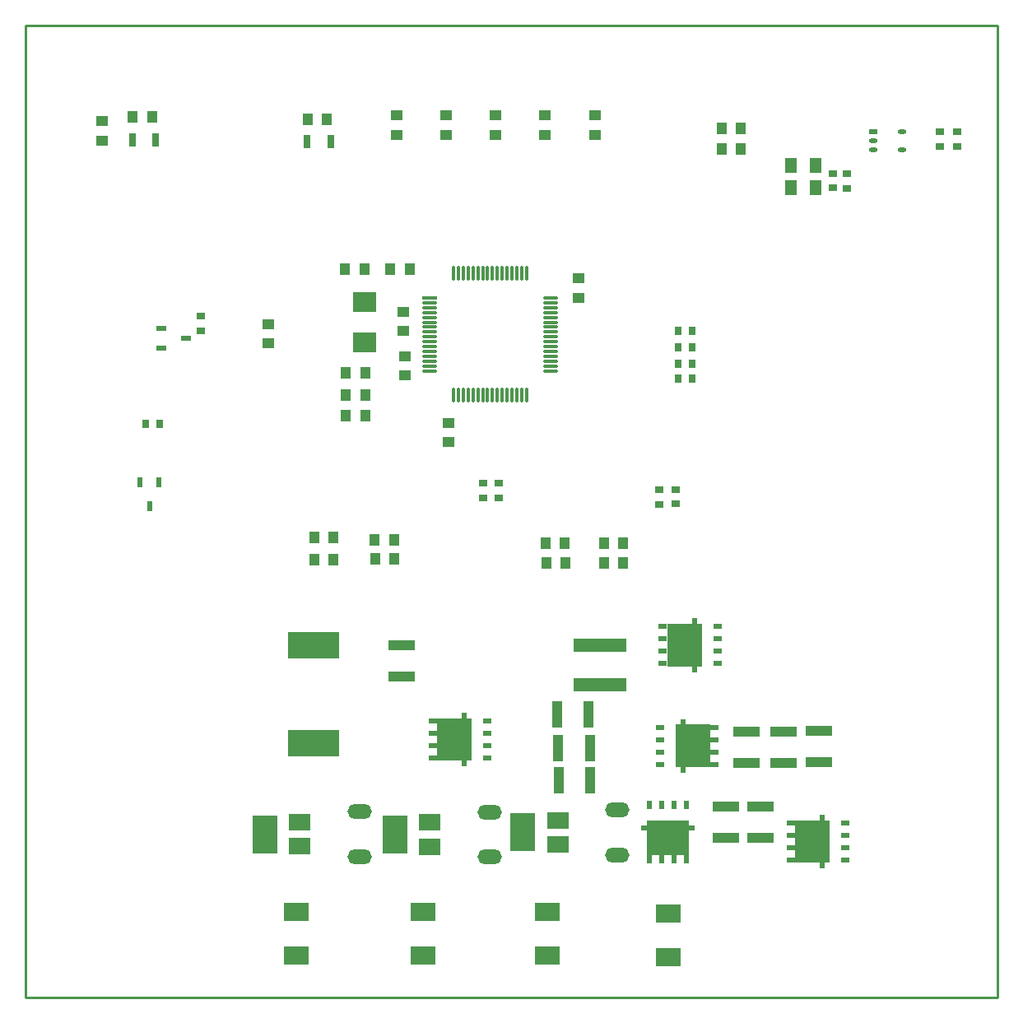
<source format=gtp>
%FSLAX25Y25*%
%MOIN*%
G70*
G01*
G75*
G04 Layer_Color=8421504*
%ADD10O,0.06299X0.01181*%
%ADD11R,0.06299X0.01181*%
%ADD12O,0.01181X0.06299*%
%ADD13R,0.05000X0.06000*%
%ADD14R,0.03347X0.02756*%
%ADD15R,0.02756X0.03347*%
%ADD16R,0.03937X0.05118*%
%ADD17R,0.10630X0.03937*%
%ADD18R,0.03543X0.02126*%
%ADD19R,0.01969X0.06299*%
%ADD20R,0.14410X0.07874*%
%ADD21R,0.14410X0.09843*%
%ADD22R,0.21654X0.05630*%
%ADD23R,0.03937X0.10630*%
%ADD24R,0.20866X0.11024*%
%ADD25R,0.05118X0.03937*%
%ADD26R,0.09843X0.15748*%
%ADD27R,0.08661X0.07087*%
%ADD28O,0.09843X0.05906*%
%ADD29R,0.10000X0.07500*%
%ADD30R,0.02126X0.03543*%
%ADD31R,0.06299X0.01969*%
%ADD32R,0.07874X0.14410*%
%ADD33R,0.09843X0.14410*%
%ADD34R,0.02559X0.05315*%
%ADD35R,0.09449X0.08268*%
%ADD36O,0.03543X0.01969*%
%ADD37O,0.03543X0.01969*%
%ADD38R,0.03543X0.01969*%
%ADD39R,0.02362X0.03937*%
%ADD40R,0.03937X0.02362*%
%ADD41C,0.03000*%
%ADD42C,0.00800*%
%ADD43C,0.01000*%
%ADD44C,0.01500*%
%ADD45C,0.04000*%
%ADD46C,0.03500*%
%ADD47C,0.06000*%
%ADD48C,0.01200*%
%ADD49C,0.02000*%
%ADD50C,0.10000*%
%ADD51C,0.08000*%
%ADD52C,0.05000*%
%ADD53R,0.07300X0.29900*%
%ADD54R,0.18900X0.05200*%
%ADD55R,0.04000X0.18600*%
%ADD56R,0.10200X0.04900*%
%ADD57R,0.12367X0.05271*%
%ADD58R,0.44271X0.10500*%
%ADD59R,0.07400X0.15300*%
%ADD60R,0.28371X0.07471*%
%ADD61R,0.10722X0.08773*%
%ADD62R,0.08600X0.43171*%
%ADD63R,0.06400X0.08900*%
%ADD64R,0.10871X0.13938*%
%ADD65R,0.10571X0.09351*%
%ADD66R,0.24300X1.56600*%
%ADD67R,0.50200X0.62200*%
%ADD68R,0.24100X0.17400*%
%ADD69R,0.25624X0.17093*%
%ADD70R,0.23600X0.17400*%
%ADD71C,0.05906*%
%ADD72C,0.12205*%
%ADD73O,0.06000X0.10000*%
%ADD74R,0.06000X0.10000*%
%ADD75O,0.11811X0.09843*%
%ADD76R,0.11811X0.09843*%
%ADD77O,0.05906X0.09843*%
%ADD78R,0.05906X0.09843*%
%ADD79R,0.09843X0.11811*%
%ADD80O,0.09843X0.11811*%
%ADD81R,0.05906X0.05906*%
%ADD82C,0.06693*%
%ADD83C,0.05500*%
%ADD84O,0.07874X0.15748*%
%ADD85C,0.05512*%
%ADD86C,0.03000*%
%ADD87C,0.02000*%
%ADD88C,0.04000*%
%ADD89O,0.05500X0.02500*%
%ADD90R,0.05500X0.02500*%
%ADD91C,0.27559*%
%ADD92O,0.08661X0.02362*%
%ADD93O,0.01181X0.02756*%
%ADD94O,0.02756X0.01181*%
%ADD95R,0.13386X0.07087*%
%ADD96R,0.05200X0.25200*%
%ADD97R,0.18000X0.06400*%
%ADD98R,0.04000X0.22000*%
%ADD99R,0.09100X0.04600*%
%ADD100R,0.18400X0.60700*%
%ADD101R,0.24600X1.31200*%
%ADD102R,0.50100X0.62100*%
%ADD103C,0.00394*%
%ADD104C,0.00500*%
%ADD105C,0.00787*%
%ADD106C,0.00591*%
%ADD107R,0.04724X0.02756*%
%ADD108R,0.01968X0.03543*%
D10*
X163500Y-118274D02*
D03*
Y-112369D02*
D03*
Y-114337D02*
D03*
Y-116305D02*
D03*
Y-120243D02*
D03*
Y-122211D02*
D03*
Y-124179D02*
D03*
Y-126148D02*
D03*
Y-128117D02*
D03*
Y-130085D02*
D03*
Y-132053D02*
D03*
X212713Y-139928D02*
D03*
Y-137959D02*
D03*
Y-135991D02*
D03*
Y-134022D02*
D03*
Y-132053D02*
D03*
Y-130085D02*
D03*
Y-128117D02*
D03*
Y-126148D02*
D03*
Y-124179D02*
D03*
Y-122211D02*
D03*
Y-120243D02*
D03*
Y-118274D02*
D03*
Y-116305D02*
D03*
Y-114337D02*
D03*
Y-112369D02*
D03*
Y-110400D02*
D03*
X163500Y-134022D02*
D03*
Y-137959D02*
D03*
Y-135991D02*
D03*
Y-139928D02*
D03*
D11*
Y-110400D02*
D03*
D12*
X173343Y-149770D02*
D03*
X175311D02*
D03*
X177279D02*
D03*
X179248D02*
D03*
X181217D02*
D03*
X183185D02*
D03*
X185153D02*
D03*
X187122D02*
D03*
X189091D02*
D03*
X191059D02*
D03*
X193028D02*
D03*
X194996D02*
D03*
X196965D02*
D03*
X198933D02*
D03*
X200902D02*
D03*
X202870D02*
D03*
Y-100557D02*
D03*
X200902D02*
D03*
X198933D02*
D03*
X196965D02*
D03*
X194996D02*
D03*
X193028D02*
D03*
X191059D02*
D03*
X189091D02*
D03*
X187122D02*
D03*
X185153D02*
D03*
X183185D02*
D03*
X181217D02*
D03*
X179248D02*
D03*
X177279D02*
D03*
X175311D02*
D03*
X173343D02*
D03*
D13*
X309900Y-65800D02*
D03*
Y-56800D02*
D03*
X320000Y-65900D02*
D03*
Y-56900D02*
D03*
D14*
X377400Y-43094D02*
D03*
Y-49000D02*
D03*
X191700Y-185395D02*
D03*
Y-191300D02*
D03*
X256700Y-194006D02*
D03*
Y-188100D02*
D03*
X263300Y-187995D02*
D03*
Y-193900D02*
D03*
X70800Y-117700D02*
D03*
Y-123606D02*
D03*
X185300Y-191300D02*
D03*
Y-185395D02*
D03*
X332700Y-60100D02*
D03*
Y-66005D02*
D03*
X370177Y-49000D02*
D03*
Y-43095D02*
D03*
X327100Y-65900D02*
D03*
Y-59995D02*
D03*
D15*
X264138Y-123700D02*
D03*
X270043D02*
D03*
X264138Y-130500D02*
D03*
X270043D02*
D03*
X264138Y-137000D02*
D03*
X270043D02*
D03*
X264194Y-143100D02*
D03*
X270100D02*
D03*
X48472Y-161300D02*
D03*
X54377D02*
D03*
D16*
X289777Y-41800D02*
D03*
X281903D02*
D03*
X289677Y-50200D02*
D03*
X281803D02*
D03*
X218677Y-217874D02*
D03*
X210803D02*
D03*
X242077Y-217774D02*
D03*
X234203D02*
D03*
X141500Y-216100D02*
D03*
X149374D02*
D03*
X218377Y-209700D02*
D03*
X210503D02*
D03*
X242077D02*
D03*
X234203D02*
D03*
X141400Y-208300D02*
D03*
X149274D02*
D03*
X51177Y-37000D02*
D03*
X43303D02*
D03*
X129600Y-158100D02*
D03*
X137474D02*
D03*
X122077Y-38200D02*
D03*
X114203D02*
D03*
X137274Y-98700D02*
D03*
X129400D02*
D03*
X137574Y-140600D02*
D03*
X129700D02*
D03*
X137574Y-149800D02*
D03*
X129700D02*
D03*
X155574Y-98900D02*
D03*
X147700D02*
D03*
X116803Y-216300D02*
D03*
X124677D02*
D03*
X116903Y-207400D02*
D03*
X124777D02*
D03*
D17*
X321177Y-298500D02*
D03*
Y-285705D02*
D03*
X292077Y-298700D02*
D03*
Y-285905D02*
D03*
X306977Y-298800D02*
D03*
Y-286005D02*
D03*
X283477Y-329200D02*
D03*
Y-316405D02*
D03*
X152177Y-251000D02*
D03*
Y-263795D02*
D03*
X297477Y-329200D02*
D03*
Y-316405D02*
D03*
D18*
X278955Y-294338D02*
D03*
Y-284338D02*
D03*
X256917D02*
D03*
X278955Y-299338D02*
D03*
X256917Y-294338D02*
D03*
Y-299338D02*
D03*
X278955Y-289338D02*
D03*
X256917D02*
D03*
X258099Y-248562D02*
D03*
Y-258562D02*
D03*
X280137D02*
D03*
X258099Y-243562D02*
D03*
X280137Y-248562D02*
D03*
Y-243562D02*
D03*
X258099Y-253562D02*
D03*
X280137D02*
D03*
X309899Y-328062D02*
D03*
Y-338062D02*
D03*
X331937D02*
D03*
X309899Y-323062D02*
D03*
X331937Y-328062D02*
D03*
Y-323062D02*
D03*
X309899Y-333062D02*
D03*
X331937D02*
D03*
X164999Y-286762D02*
D03*
Y-296762D02*
D03*
X187037D02*
D03*
X164999Y-281762D02*
D03*
X187037Y-286762D02*
D03*
Y-281762D02*
D03*
X164999Y-291762D02*
D03*
X187037D02*
D03*
D19*
X266169Y-283964D02*
D03*
Y-299712D02*
D03*
X270885Y-258936D02*
D03*
Y-243188D02*
D03*
X322685Y-338436D02*
D03*
Y-322688D02*
D03*
X177785Y-297136D02*
D03*
Y-281388D02*
D03*
D20*
X270205Y-287217D02*
D03*
X266850Y-255683D02*
D03*
X318650Y-335183D02*
D03*
X173750Y-293883D02*
D03*
D21*
X270205Y-295459D02*
D03*
X266850Y-247441D02*
D03*
X318650Y-326941D02*
D03*
X173750Y-285641D02*
D03*
D22*
X232777Y-267005D02*
D03*
Y-251100D02*
D03*
D23*
X228077Y-279200D02*
D03*
X215282D02*
D03*
X228677Y-305700D02*
D03*
X215882D02*
D03*
X228477Y-292700D02*
D03*
X215682D02*
D03*
D24*
X116777Y-250936D02*
D03*
Y-290700D02*
D03*
D25*
X230477Y-36400D02*
D03*
Y-44274D02*
D03*
X210452D02*
D03*
Y-36400D02*
D03*
X150377D02*
D03*
Y-44274D02*
D03*
X98277Y-128800D02*
D03*
Y-120926D02*
D03*
X170402Y-36400D02*
D03*
Y-44274D02*
D03*
X190427Y-36400D02*
D03*
Y-44274D02*
D03*
X152800Y-123900D02*
D03*
Y-116026D02*
D03*
X153500Y-134026D02*
D03*
Y-141900D02*
D03*
X171200Y-160926D02*
D03*
Y-168800D02*
D03*
X223900Y-110374D02*
D03*
Y-102500D02*
D03*
X31077Y-46574D02*
D03*
Y-38700D02*
D03*
D26*
X201298Y-326900D02*
D03*
X149498Y-327800D02*
D03*
X96798Y-327600D02*
D03*
D27*
X215471Y-321979D02*
D03*
X215471Y-331821D02*
D03*
X163671Y-322879D02*
D03*
X163671Y-332721D02*
D03*
X110971Y-322679D02*
D03*
X110971Y-332521D02*
D03*
D28*
X239683Y-317845D02*
D03*
Y-335955D02*
D03*
X187883Y-318745D02*
D03*
Y-336855D02*
D03*
X135183Y-318545D02*
D03*
Y-336655D02*
D03*
D29*
X161026Y-376600D02*
D03*
Y-359100D02*
D03*
X211174Y-376600D02*
D03*
Y-359100D02*
D03*
X109677Y-376700D02*
D03*
Y-359200D02*
D03*
X260177Y-377400D02*
D03*
Y-359900D02*
D03*
D30*
X257656Y-337750D02*
D03*
X267656D02*
D03*
Y-315713D02*
D03*
X252656Y-337750D02*
D03*
X257656Y-315713D02*
D03*
X252656D02*
D03*
X262656Y-337750D02*
D03*
Y-315713D02*
D03*
D31*
X268030Y-324965D02*
D03*
X252282D02*
D03*
D32*
X264777Y-329000D02*
D03*
D33*
X256535D02*
D03*
D34*
X52626Y-46500D02*
D03*
X43177D02*
D03*
X123526Y-47200D02*
D03*
X114077D02*
D03*
D35*
X137300Y-128568D02*
D03*
Y-112032D02*
D03*
D36*
X343277Y-50480D02*
D03*
Y-46740D02*
D03*
X355088Y-50480D02*
D03*
D37*
Y-43000D02*
D03*
D38*
X343277D02*
D03*
D39*
X54077Y-185000D02*
D03*
X50140Y-194843D02*
D03*
X46203Y-185000D02*
D03*
D40*
X55077Y-122700D02*
D03*
X64920Y-126637D02*
D03*
X55077Y-130574D02*
D03*
D43*
X-0Y0D02*
X393701D01*
X-0Y-393701D02*
Y0D01*
Y-393701D02*
X393701D01*
Y0D01*
M02*

</source>
